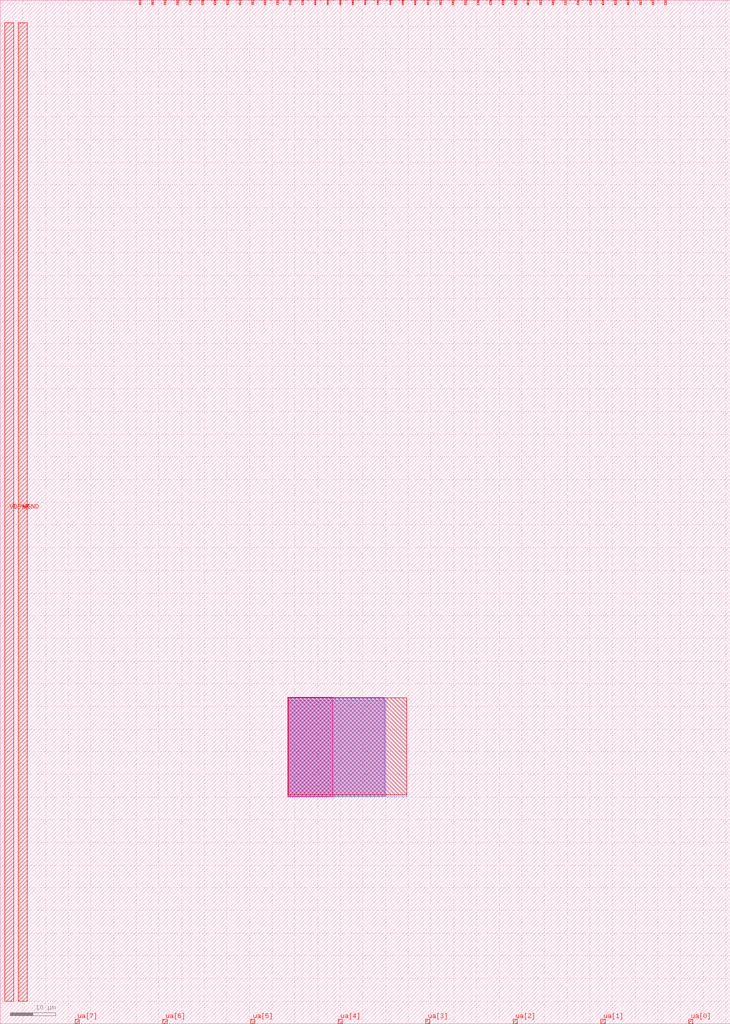
<source format=lef>
VERSION 5.7 ;
  NOWIREEXTENSIONATPIN ON ;
  DIVIDERCHAR "/" ;
  BUSBITCHARS "[]" ;
MACRO tt_um_analog_example
  CLASS BLOCK ;
  FOREIGN tt_um_analog_example ;
  ORIGIN 0.000 0.000 ;
  SIZE 161.000 BY 225.760 ;
  PIN clk
    DIRECTION INPUT ;
    USE SIGNAL ;
    PORT
      LAYER met4 ;
        RECT 143.830 224.760 144.130 225.760 ;
    END
  END clk
  PIN ena
    DIRECTION INPUT ;
    USE SIGNAL ;
    PORT
      LAYER met4 ;
        RECT 146.590 224.760 146.890 225.760 ;
    END
  END ena
  PIN rst_n
    DIRECTION INPUT ;
    USE SIGNAL ;
    PORT
      LAYER met4 ;
        RECT 141.070 224.760 141.370 225.760 ;
    END
  END rst_n
  PIN ua[0]
    DIRECTION INOUT ;
    USE SIGNAL ;
    PORT
      LAYER met4 ;
        RECT 151.810 0.000 152.710 1.000 ;
    END
  END ua[0]
  PIN ua[1]
    DIRECTION INOUT ;
    USE SIGNAL ;
    PORT
      LAYER met4 ;
        RECT 132.490 0.000 133.390 1.000 ;
    END
  END ua[1]
  PIN ua[2]
    DIRECTION INOUT ;
    USE SIGNAL ;
    PORT
      LAYER met4 ;
        RECT 113.170 0.000 114.070 1.000 ;
    END
  END ua[2]
  PIN ua[3]
    DIRECTION INOUT ;
    USE SIGNAL ;
    PORT
      LAYER met4 ;
        RECT 93.850 0.000 94.750 1.000 ;
    END
  END ua[3]
  PIN ua[4]
    DIRECTION INOUT ;
    USE SIGNAL ;
    PORT
      LAYER met4 ;
        RECT 74.530 0.000 75.430 1.000 ;
    END
  END ua[4]
  PIN ua[5]
    DIRECTION INOUT ;
    USE SIGNAL ;
    PORT
      LAYER met4 ;
        RECT 55.210 0.000 56.110 1.000 ;
    END
  END ua[5]
  PIN ua[6]
    DIRECTION INOUT ;
    USE SIGNAL ;
    PORT
      LAYER met4 ;
        RECT 35.890 0.000 36.790 1.000 ;
    END
  END ua[6]
  PIN ua[7]
    DIRECTION INOUT ;
    USE SIGNAL ;
    PORT
      LAYER met4 ;
        RECT 16.570 0.000 17.470 1.000 ;
    END
  END ua[7]
  PIN ui_in[0]
    DIRECTION INPUT ;
    USE SIGNAL ;
    PORT
      LAYER met4 ;
        RECT 138.310 224.760 138.610 225.760 ;
    END
  END ui_in[0]
  PIN ui_in[1]
    DIRECTION INPUT ;
    USE SIGNAL ;
    PORT
      LAYER met4 ;
        RECT 135.550 224.760 135.850 225.760 ;
    END
  END ui_in[1]
  PIN ui_in[2]
    DIRECTION INPUT ;
    USE SIGNAL ;
    PORT
      LAYER met4 ;
        RECT 132.790 224.760 133.090 225.760 ;
    END
  END ui_in[2]
  PIN ui_in[3]
    DIRECTION INPUT ;
    USE SIGNAL ;
    PORT
      LAYER met4 ;
        RECT 130.030 224.760 130.330 225.760 ;
    END
  END ui_in[3]
  PIN ui_in[4]
    DIRECTION INPUT ;
    USE SIGNAL ;
    PORT
      LAYER met4 ;
        RECT 127.270 224.760 127.570 225.760 ;
    END
  END ui_in[4]
  PIN ui_in[5]
    DIRECTION INPUT ;
    USE SIGNAL ;
    PORT
      LAYER met4 ;
        RECT 124.510 224.760 124.810 225.760 ;
    END
  END ui_in[5]
  PIN ui_in[6]
    DIRECTION INPUT ;
    USE SIGNAL ;
    PORT
      LAYER met4 ;
        RECT 121.750 224.760 122.050 225.760 ;
    END
  END ui_in[6]
  PIN ui_in[7]
    DIRECTION INPUT ;
    USE SIGNAL ;
    PORT
      LAYER met4 ;
        RECT 118.990 224.760 119.290 225.760 ;
    END
  END ui_in[7]
  PIN uio_in[0]
    DIRECTION INPUT ;
    USE SIGNAL ;
    PORT
      LAYER met4 ;
        RECT 116.230 224.760 116.530 225.760 ;
    END
  END uio_in[0]
  PIN uio_in[1]
    DIRECTION INPUT ;
    USE SIGNAL ;
    PORT
      LAYER met4 ;
        RECT 113.470 224.760 113.770 225.760 ;
    END
  END uio_in[1]
  PIN uio_in[2]
    DIRECTION INPUT ;
    USE SIGNAL ;
    PORT
      LAYER met4 ;
        RECT 110.710 224.760 111.010 225.760 ;
    END
  END uio_in[2]
  PIN uio_in[3]
    DIRECTION INPUT ;
    USE SIGNAL ;
    PORT
      LAYER met4 ;
        RECT 107.950 224.760 108.250 225.760 ;
    END
  END uio_in[3]
  PIN uio_in[4]
    DIRECTION INPUT ;
    USE SIGNAL ;
    PORT
      LAYER met4 ;
        RECT 105.190 224.760 105.490 225.760 ;
    END
  END uio_in[4]
  PIN uio_in[5]
    DIRECTION INPUT ;
    USE SIGNAL ;
    PORT
      LAYER met4 ;
        RECT 102.430 224.760 102.730 225.760 ;
    END
  END uio_in[5]
  PIN uio_in[6]
    DIRECTION INPUT ;
    USE SIGNAL ;
    PORT
      LAYER met4 ;
        RECT 99.670 224.760 99.970 225.760 ;
    END
  END uio_in[6]
  PIN uio_in[7]
    DIRECTION INPUT ;
    USE SIGNAL ;
    PORT
      LAYER met4 ;
        RECT 96.910 224.760 97.210 225.760 ;
    END
  END uio_in[7]
  PIN uio_oe[0]
    DIRECTION OUTPUT ;
    USE SIGNAL ;
    PORT
      LAYER met4 ;
        RECT 49.990 224.760 50.290 225.760 ;
    END
  END uio_oe[0]
  PIN uio_oe[1]
    DIRECTION OUTPUT ;
    USE SIGNAL ;
    PORT
      LAYER met4 ;
        RECT 47.230 224.760 47.530 225.760 ;
    END
  END uio_oe[1]
  PIN uio_oe[2]
    DIRECTION OUTPUT ;
    USE SIGNAL ;
    PORT
      LAYER met4 ;
        RECT 44.470 224.760 44.770 225.760 ;
    END
  END uio_oe[2]
  PIN uio_oe[3]
    DIRECTION OUTPUT ;
    USE SIGNAL ;
    PORT
      LAYER met4 ;
        RECT 41.710 224.760 42.010 225.760 ;
    END
  END uio_oe[3]
  PIN uio_oe[4]
    DIRECTION OUTPUT ;
    USE SIGNAL ;
    PORT
      LAYER met4 ;
        RECT 38.950 224.760 39.250 225.760 ;
    END
  END uio_oe[4]
  PIN uio_oe[5]
    DIRECTION OUTPUT ;
    USE SIGNAL ;
    PORT
      LAYER met4 ;
        RECT 36.190 224.760 36.490 225.760 ;
    END
  END uio_oe[5]
  PIN uio_oe[6]
    DIRECTION OUTPUT ;
    USE SIGNAL ;
    PORT
      LAYER met4 ;
        RECT 33.430 224.760 33.730 225.760 ;
    END
  END uio_oe[6]
  PIN uio_oe[7]
    DIRECTION OUTPUT ;
    USE SIGNAL ;
    PORT
      LAYER met4 ;
        RECT 30.670 224.760 30.970 225.760 ;
    END
  END uio_oe[7]
  PIN uio_out[0]
    DIRECTION OUTPUT ;
    USE SIGNAL ;
    PORT
      LAYER met4 ;
        RECT 72.070 224.760 72.370 225.760 ;
    END
  END uio_out[0]
  PIN uio_out[1]
    DIRECTION OUTPUT ;
    USE SIGNAL ;
    PORT
      LAYER met4 ;
        RECT 69.310 224.760 69.610 225.760 ;
    END
  END uio_out[1]
  PIN uio_out[2]
    DIRECTION OUTPUT ;
    USE SIGNAL ;
    PORT
      LAYER met4 ;
        RECT 66.550 224.760 66.850 225.760 ;
    END
  END uio_out[2]
  PIN uio_out[3]
    DIRECTION OUTPUT ;
    USE SIGNAL ;
    PORT
      LAYER met4 ;
        RECT 63.790 224.760 64.090 225.760 ;
    END
  END uio_out[3]
  PIN uio_out[4]
    DIRECTION OUTPUT ;
    USE SIGNAL ;
    PORT
      LAYER met4 ;
        RECT 61.030 224.760 61.330 225.760 ;
    END
  END uio_out[4]
  PIN uio_out[5]
    DIRECTION OUTPUT ;
    USE SIGNAL ;
    PORT
      LAYER met4 ;
        RECT 58.270 224.760 58.570 225.760 ;
    END
  END uio_out[5]
  PIN uio_out[6]
    DIRECTION OUTPUT ;
    USE SIGNAL ;
    PORT
      LAYER met4 ;
        RECT 55.510 224.760 55.810 225.760 ;
    END
  END uio_out[6]
  PIN uio_out[7]
    DIRECTION OUTPUT ;
    USE SIGNAL ;
    PORT
      LAYER met4 ;
        RECT 52.750 224.760 53.050 225.760 ;
    END
  END uio_out[7]
  PIN uo_out[0]
    DIRECTION OUTPUT ;
    USE SIGNAL ;
    PORT
      LAYER met4 ;
        RECT 94.150 224.760 94.450 225.760 ;
    END
  END uo_out[0]
  PIN uo_out[1]
    DIRECTION OUTPUT ;
    USE SIGNAL ;
    PORT
      LAYER met4 ;
        RECT 91.390 224.760 91.690 225.760 ;
    END
  END uo_out[1]
  PIN uo_out[2]
    DIRECTION OUTPUT ;
    USE SIGNAL ;
    PORT
      LAYER met4 ;
        RECT 88.630 224.760 88.930 225.760 ;
    END
  END uo_out[2]
  PIN uo_out[3]
    DIRECTION OUTPUT ;
    USE SIGNAL ;
    PORT
      LAYER met4 ;
        RECT 85.870 224.760 86.170 225.760 ;
    END
  END uo_out[3]
  PIN uo_out[4]
    DIRECTION OUTPUT ;
    USE SIGNAL ;
    PORT
      LAYER met4 ;
        RECT 83.110 224.760 83.410 225.760 ;
    END
  END uo_out[4]
  PIN uo_out[5]
    DIRECTION OUTPUT ;
    USE SIGNAL ;
    PORT
      LAYER met4 ;
        RECT 80.350 224.760 80.650 225.760 ;
    END
  END uo_out[5]
  PIN uo_out[6]
    DIRECTION OUTPUT ;
    USE SIGNAL ;
    PORT
      LAYER met4 ;
        RECT 77.590 224.760 77.890 225.760 ;
    END
  END uo_out[6]
  PIN uo_out[7]
    DIRECTION OUTPUT ;
    USE SIGNAL ;
    PORT
      LAYER met4 ;
        RECT 74.830 224.760 75.130 225.760 ;
    END
  END uo_out[7]
  PIN VDPWR
    DIRECTION INOUT ;
    USE POWER ;
    PORT
      LAYER met4 ;
        RECT 1.000 5.000 3.000 220.760 ;
    END
  END VDPWR
  PIN VGND
    DIRECTION INOUT ;
    USE GROUND ;
    PORT
      LAYER met4 ;
        RECT 4.000 5.000 6.000 220.760 ;
    END
  END VGND
  OBS
      LAYER nwell ;
        RECT 63.440 50.060 73.290 72.020 ;
      LAYER li1 ;
        RECT 63.620 50.060 84.720 72.020 ;
      LAYER met1 ;
        RECT 63.440 50.175 84.830 71.840 ;
      LAYER met2 ;
        RECT 63.545 50.175 85.030 71.380 ;
      LAYER met3 ;
        RECT 63.440 50.060 89.680 71.920 ;
      LAYER met4 ;
        RECT 63.500 50.455 89.620 71.900 ;
  END
END tt_um_analog_example
END LIBRARY


</source>
